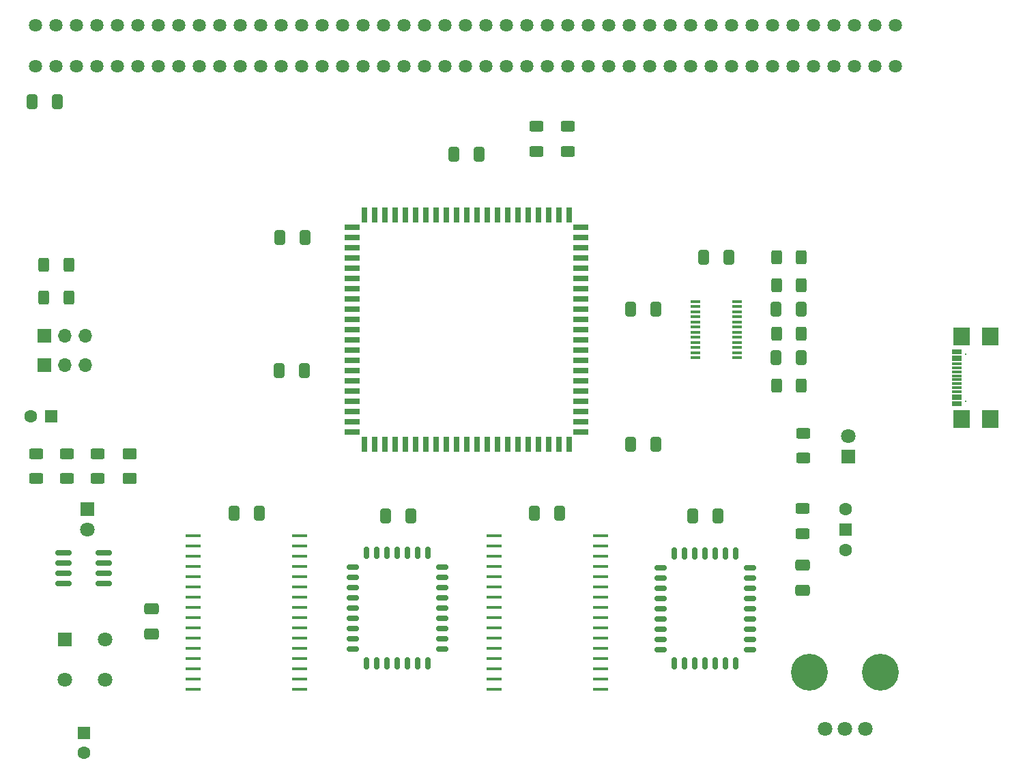
<source format=gbr>
%TF.GenerationSoftware,KiCad,Pcbnew,9.0.1-9.0.1-0~ubuntu22.04.1*%
%TF.CreationDate,2025-10-29T18:08:32+00:00*%
%TF.ProjectId,DeMoN_2.0_PLCC,44654d6f-4e5f-4322-9e30-5f504c43432e,rev?*%
%TF.SameCoordinates,Original*%
%TF.FileFunction,Soldermask,Top*%
%TF.FilePolarity,Negative*%
%FSLAX46Y46*%
G04 Gerber Fmt 4.6, Leading zero omitted, Abs format (unit mm)*
G04 Created by KiCad (PCBNEW 9.0.1-9.0.1-0~ubuntu22.04.1) date 2025-10-29 18:08:32*
%MOMM*%
%LPD*%
G01*
G04 APERTURE LIST*
G04 Aperture macros list*
%AMRoundRect*
0 Rectangle with rounded corners*
0 $1 Rounding radius*
0 $2 $3 $4 $5 $6 $7 $8 $9 X,Y pos of 4 corners*
0 Add a 4 corners polygon primitive as box body*
4,1,4,$2,$3,$4,$5,$6,$7,$8,$9,$2,$3,0*
0 Add four circle primitives for the rounded corners*
1,1,$1+$1,$2,$3*
1,1,$1+$1,$4,$5*
1,1,$1+$1,$6,$7*
1,1,$1+$1,$8,$9*
0 Add four rect primitives between the rounded corners*
20,1,$1+$1,$2,$3,$4,$5,0*
20,1,$1+$1,$4,$5,$6,$7,0*
20,1,$1+$1,$6,$7,$8,$9,0*
20,1,$1+$1,$8,$9,$2,$3,0*%
G04 Aperture macros list end*
%ADD10RoundRect,0.250000X0.412500X0.650000X-0.412500X0.650000X-0.412500X-0.650000X0.412500X-0.650000X0*%
%ADD11R,1.500000X1.500000*%
%ADD12C,1.600000*%
%ADD13R,1.600000X1.600000*%
%ADD14R,1.800000X1.800000*%
%ADD15C,1.800000*%
%ADD16RoundRect,0.250000X-0.412500X-0.650000X0.412500X-0.650000X0.412500X0.650000X-0.412500X0.650000X0*%
%ADD17R,1.700000X1.700000*%
%ADD18O,1.700000X1.700000*%
%ADD19RoundRect,0.250000X-0.400000X-0.625000X0.400000X-0.625000X0.400000X0.625000X-0.400000X0.625000X0*%
%ADD20R,0.700000X1.925000*%
%ADD21R,1.925000X0.700000*%
%ADD22R,1.981000X0.457000*%
%ADD23RoundRect,0.250000X-0.625000X0.400000X-0.625000X-0.400000X0.625000X-0.400000X0.625000X0.400000X0*%
%ADD24RoundRect,0.250000X-0.650000X0.412500X-0.650000X-0.412500X0.650000X-0.412500X0.650000X0.412500X0*%
%ADD25C,1.635000*%
%ADD26RoundRect,0.150000X-0.150000X-0.587500X0.150000X-0.587500X0.150000X0.587500X-0.150000X0.587500X0*%
%ADD27RoundRect,0.150000X-0.587500X-0.150000X0.587500X-0.150000X0.587500X0.150000X-0.587500X0.150000X0*%
%ADD28R,1.200000X0.400000*%
%ADD29C,4.575000*%
%ADD30RoundRect,0.150000X-0.825000X-0.150000X0.825000X-0.150000X0.825000X0.150000X-0.825000X0.150000X0*%
%ADD31RoundRect,0.250001X0.624999X-0.462499X0.624999X0.462499X-0.624999X0.462499X-0.624999X-0.462499X0*%
%ADD32R,1.150000X0.300000*%
%ADD33C,0.325000*%
%ADD34R,2.000000X2.180000*%
%ADD35RoundRect,0.250000X0.400000X0.625000X-0.400000X0.625000X-0.400000X-0.625000X0.400000X-0.625000X0*%
G04 APERTURE END LIST*
D10*
%TO.C,C17*%
X165023400Y-74402200D03*
X161898400Y-74402200D03*
%TD*%
D11*
%TO.C,SW2*%
X188500000Y-101690000D03*
D12*
X188500000Y-104230000D03*
X188500000Y-99150000D03*
%TD*%
D13*
%TO.C,C1*%
X94000000Y-126944888D03*
D12*
X94000000Y-129444888D03*
%TD*%
D14*
%TO.C,D3*%
X94450000Y-99225000D03*
D15*
X94450000Y-101765000D03*
%TD*%
D16*
%TO.C,C6*%
X112665900Y-99722200D03*
X115790900Y-99722200D03*
%TD*%
%TO.C,C4*%
X179935900Y-74402200D03*
X183060900Y-74402200D03*
%TD*%
D17*
%TO.C,JP2*%
X89128400Y-81342200D03*
D18*
X91668400Y-81342200D03*
X94208400Y-81342200D03*
%TD*%
D16*
%TO.C,C5*%
X179935900Y-80402200D03*
X183060900Y-80402200D03*
%TD*%
D14*
%TO.C,SW1*%
X91677500Y-115377500D03*
D15*
X96677500Y-115377500D03*
X91677500Y-120377500D03*
X96677500Y-120377500D03*
%TD*%
D19*
%TO.C,R10*%
X179948400Y-83902200D03*
X183048400Y-83902200D03*
%TD*%
D20*
%TO.C,U1*%
X141498400Y-62689700D03*
X140228400Y-62689700D03*
X138958400Y-62689700D03*
X137688400Y-62689700D03*
X136418400Y-62689700D03*
X135148400Y-62689700D03*
X133878400Y-62689700D03*
X132608400Y-62689700D03*
X131338400Y-62689700D03*
X130068400Y-62689700D03*
X128798400Y-62689700D03*
D21*
X127285900Y-64202200D03*
X127285900Y-65472200D03*
X127285900Y-66742200D03*
X127285900Y-68012200D03*
X127285900Y-69282200D03*
X127285900Y-70552200D03*
X127285900Y-71822200D03*
X127285900Y-73092200D03*
X127285900Y-74362200D03*
X127285900Y-75632200D03*
X127285900Y-76902200D03*
X127285900Y-78172200D03*
X127285900Y-79442200D03*
X127285900Y-80712200D03*
X127285900Y-81982200D03*
X127285900Y-83252200D03*
X127285900Y-84522200D03*
X127285900Y-85792200D03*
X127285900Y-87062200D03*
X127285900Y-88332200D03*
X127285900Y-89602200D03*
D20*
X128798400Y-91114700D03*
X130068400Y-91114700D03*
X131338400Y-91114700D03*
X132608400Y-91114700D03*
X133878400Y-91114700D03*
X135148400Y-91114700D03*
X136418400Y-91114700D03*
X137688400Y-91114700D03*
X138958400Y-91114700D03*
X140228400Y-91114700D03*
X141498400Y-91114700D03*
X142768400Y-91114700D03*
X144038400Y-91114700D03*
X145308400Y-91114700D03*
X146578400Y-91114700D03*
X147848400Y-91114700D03*
X149118400Y-91114700D03*
X150388400Y-91114700D03*
X151658400Y-91114700D03*
X152928400Y-91114700D03*
X154198400Y-91114700D03*
D21*
X155710900Y-89602200D03*
X155710900Y-88332200D03*
X155710900Y-87062200D03*
X155710900Y-85792200D03*
X155710900Y-84522200D03*
X155710900Y-83252200D03*
X155710900Y-81982200D03*
X155710900Y-80712200D03*
X155710900Y-79442200D03*
X155710900Y-78172200D03*
X155710900Y-76902200D03*
X155710900Y-75632200D03*
X155710900Y-74362200D03*
X155710900Y-73092200D03*
X155710900Y-71822200D03*
X155710900Y-70552200D03*
X155710900Y-69282200D03*
X155710900Y-68012200D03*
X155710900Y-66742200D03*
X155710900Y-65472200D03*
X155710900Y-64202200D03*
D20*
X154198400Y-62689700D03*
X152928400Y-62689700D03*
X151658400Y-62689700D03*
X150388400Y-62689700D03*
X149118400Y-62689700D03*
X147848400Y-62689700D03*
X146578400Y-62689700D03*
X145308400Y-62689700D03*
X144038400Y-62689700D03*
X142768400Y-62689700D03*
%TD*%
D19*
%TO.C,R8*%
X179948400Y-77402200D03*
X183048400Y-77402200D03*
%TD*%
D22*
%TO.C,U4*%
X144944400Y-102475000D03*
X144944400Y-103745000D03*
X144944400Y-105015000D03*
X144944400Y-106285000D03*
X144944400Y-107555000D03*
X144944400Y-108825000D03*
X144944400Y-110095000D03*
X144944400Y-111365000D03*
X144944400Y-112635000D03*
X144944400Y-113905000D03*
X144944400Y-115175000D03*
X144944400Y-116445000D03*
X144944400Y-117715000D03*
X144944400Y-118985000D03*
X144944400Y-120255000D03*
X144944400Y-121525000D03*
X158172400Y-121525000D03*
X158172400Y-120255000D03*
X158172400Y-118985000D03*
X158172400Y-117715000D03*
X158172400Y-116445000D03*
X158172400Y-115175000D03*
X158172400Y-113905000D03*
X158172400Y-112635000D03*
X158172400Y-111365000D03*
X158172400Y-110095000D03*
X158172400Y-108825000D03*
X158172400Y-107555000D03*
X158172400Y-106285000D03*
X158172400Y-105015000D03*
X158172400Y-103745000D03*
X158172400Y-102475000D03*
%TD*%
D23*
%TO.C,R5*%
X183300000Y-89750000D03*
X183300000Y-92850000D03*
%TD*%
D24*
%TO.C,C12*%
X102400000Y-111587500D03*
X102400000Y-114712500D03*
%TD*%
D25*
%TO.C,CN1*%
X88060000Y-44200000D03*
X88060000Y-39120000D03*
X90600000Y-44200000D03*
X90600000Y-39120000D03*
X93140000Y-44200000D03*
X93140000Y-39120000D03*
X95680000Y-44200000D03*
X95680000Y-39120000D03*
X98220000Y-44200000D03*
X98220000Y-39120000D03*
X100760000Y-44200000D03*
X100760000Y-39120000D03*
X103300000Y-44200000D03*
X103300000Y-39120000D03*
X105840000Y-44200000D03*
X105840000Y-39120000D03*
X108380000Y-44200000D03*
X108380000Y-39120000D03*
X110920000Y-44200000D03*
X110920000Y-39120000D03*
X113460000Y-44200000D03*
X113460000Y-39120000D03*
X116000000Y-44200000D03*
X116000000Y-39120000D03*
X118540000Y-44200000D03*
X118540000Y-39120000D03*
X121080000Y-44200000D03*
X121080000Y-39120000D03*
X123620000Y-44200000D03*
X123620000Y-39120000D03*
X126160000Y-44200000D03*
X126160000Y-39120000D03*
X128700000Y-44200000D03*
X128700000Y-39120000D03*
X131240000Y-44200000D03*
X131240000Y-39120000D03*
X133780000Y-44200000D03*
X133780000Y-39120000D03*
X136320000Y-44200000D03*
X136320000Y-39120000D03*
X138860000Y-44200000D03*
X138860000Y-39120000D03*
X141400000Y-44200000D03*
X141400000Y-39120000D03*
X143940000Y-44200000D03*
X143940000Y-39120000D03*
X146480000Y-44200000D03*
X146480000Y-39120000D03*
X149020000Y-44200000D03*
X149020000Y-39120000D03*
X151560000Y-44200000D03*
X151560000Y-39120000D03*
X154100000Y-44200000D03*
X154100000Y-39120000D03*
X156640000Y-44200000D03*
X156640000Y-39120000D03*
X159180000Y-44200000D03*
X159180000Y-39120000D03*
X161720000Y-44200000D03*
X161720000Y-39120000D03*
X164260000Y-44200000D03*
X164260000Y-39120000D03*
X166800000Y-44200000D03*
X166800000Y-39120000D03*
X169340000Y-44200000D03*
X169340000Y-39120000D03*
X171880000Y-44200000D03*
X171880000Y-39120000D03*
X174420000Y-44200000D03*
X174420000Y-39120000D03*
X176960000Y-44200000D03*
X176960000Y-39120000D03*
X179500000Y-44200000D03*
X179500000Y-39120000D03*
X182040000Y-44200000D03*
X182040000Y-39120000D03*
X184580000Y-44200000D03*
X184580000Y-39120000D03*
X187120000Y-44200000D03*
X187120000Y-39120000D03*
X189660000Y-44200000D03*
X189660000Y-39120000D03*
X192200000Y-44200000D03*
X192200000Y-39120000D03*
X194740000Y-44200000D03*
X194740000Y-39120000D03*
%TD*%
D19*
%TO.C,R12*%
X179948400Y-67902200D03*
X183048400Y-67902200D03*
%TD*%
D10*
%TO.C,C9*%
X172670900Y-100000000D03*
X169545900Y-100000000D03*
%TD*%
D16*
%TO.C,C15*%
X118335900Y-65502200D03*
X121460900Y-65502200D03*
%TD*%
D23*
%TO.C,R11*%
X154050000Y-51700000D03*
X154050000Y-54800000D03*
%TD*%
D10*
%TO.C,C3*%
X174060900Y-67902200D03*
X170935900Y-67902200D03*
%TD*%
D19*
%TO.C,R7*%
X179948400Y-71402200D03*
X183048400Y-71402200D03*
%TD*%
D26*
%TO.C,U3*%
X171108400Y-104679700D03*
X169838400Y-104679700D03*
X168568400Y-104679700D03*
X167298400Y-104679700D03*
D27*
X165545900Y-106437200D03*
X165545900Y-107707200D03*
X165545900Y-108977200D03*
X165545900Y-110247200D03*
X165545900Y-111517200D03*
X165545900Y-112787200D03*
X165545900Y-114057200D03*
X165545900Y-115327200D03*
X165545900Y-116597200D03*
D26*
X167298400Y-118354700D03*
X168568400Y-118354700D03*
X169838400Y-118354700D03*
X171108400Y-118354700D03*
X172378400Y-118354700D03*
X173648400Y-118354700D03*
X174918400Y-118354700D03*
D27*
X176670900Y-116597200D03*
X176670900Y-115327200D03*
X176670900Y-114057200D03*
X176670900Y-112787200D03*
X176670900Y-111517200D03*
X176670900Y-110247200D03*
X176670900Y-108977200D03*
X176670900Y-107707200D03*
X176670900Y-106437200D03*
D26*
X174918400Y-104679700D03*
X173648400Y-104679700D03*
X172378400Y-104679700D03*
%TD*%
D23*
%TO.C,R4*%
X91950000Y-92300000D03*
X91950000Y-95400000D03*
%TD*%
D28*
%TO.C,U7*%
X169898400Y-73409700D03*
X169898400Y-74044700D03*
X169898400Y-74679700D03*
X169898400Y-75314700D03*
X169898400Y-75949700D03*
X169898400Y-76584700D03*
X169898400Y-77219700D03*
X169898400Y-77854700D03*
X169898400Y-78489700D03*
X169898400Y-79124700D03*
X169898400Y-79759700D03*
X169898400Y-80394700D03*
X175098400Y-80394700D03*
X175098400Y-79759700D03*
X175098400Y-79124700D03*
X175098400Y-78489700D03*
X175098400Y-77854700D03*
X175098400Y-77219700D03*
X175098400Y-76584700D03*
X175098400Y-75949700D03*
X175098400Y-75314700D03*
X175098400Y-74679700D03*
X175098400Y-74044700D03*
X175098400Y-73409700D03*
%TD*%
D13*
%TO.C,C2*%
X89950000Y-87650000D03*
D12*
X87450000Y-87650000D03*
%TD*%
D10*
%TO.C,C7*%
X134560900Y-100000000D03*
X131435900Y-100000000D03*
%TD*%
%TO.C,C13*%
X143060900Y-55152200D03*
X139935900Y-55152200D03*
%TD*%
D22*
%TO.C,U6*%
X107594400Y-102475000D03*
X107594400Y-103745000D03*
X107594400Y-105015000D03*
X107594400Y-106285000D03*
X107594400Y-107555000D03*
X107594400Y-108825000D03*
X107594400Y-110095000D03*
X107594400Y-111365000D03*
X107594400Y-112635000D03*
X107594400Y-113905000D03*
X107594400Y-115175000D03*
X107594400Y-116445000D03*
X107594400Y-117715000D03*
X107594400Y-118985000D03*
X107594400Y-120255000D03*
X107594400Y-121525000D03*
X120822400Y-121525000D03*
X120822400Y-120255000D03*
X120822400Y-118985000D03*
X120822400Y-117715000D03*
X120822400Y-116445000D03*
X120822400Y-115175000D03*
X120822400Y-113905000D03*
X120822400Y-112635000D03*
X120822400Y-111365000D03*
X120822400Y-110095000D03*
X120822400Y-108825000D03*
X120822400Y-107555000D03*
X120822400Y-106285000D03*
X120822400Y-105015000D03*
X120822400Y-103745000D03*
X120822400Y-102475000D03*
%TD*%
D14*
%TO.C,D2*%
X188850000Y-92700000D03*
D15*
X188850000Y-90160000D03*
%TD*%
D24*
%TO.C,C11*%
X183200000Y-106137500D03*
X183200000Y-109262500D03*
%TD*%
D15*
%TO.C,VR1*%
X185958400Y-126442200D03*
X188458400Y-126442200D03*
X190958400Y-126442200D03*
D29*
X184058400Y-119442200D03*
X192858400Y-119442200D03*
%TD*%
D26*
%TO.C,U5*%
X132933400Y-104629700D03*
X131663400Y-104629700D03*
X130393400Y-104629700D03*
X129123400Y-104629700D03*
D27*
X127370900Y-106387200D03*
X127370900Y-107657200D03*
X127370900Y-108927200D03*
X127370900Y-110197200D03*
X127370900Y-111467200D03*
X127370900Y-112737200D03*
X127370900Y-114007200D03*
X127370900Y-115277200D03*
X127370900Y-116547200D03*
D26*
X129123400Y-118304700D03*
X130393400Y-118304700D03*
X131663400Y-118304700D03*
X132933400Y-118304700D03*
X134203400Y-118304700D03*
X135473400Y-118304700D03*
X136743400Y-118304700D03*
D27*
X138495900Y-116547200D03*
X138495900Y-115277200D03*
X138495900Y-114007200D03*
X138495900Y-112737200D03*
X138495900Y-111467200D03*
X138495900Y-110197200D03*
X138495900Y-108927200D03*
X138495900Y-107657200D03*
X138495900Y-106387200D03*
D26*
X136743400Y-104629700D03*
X135473400Y-104629700D03*
X134203400Y-104629700D03*
%TD*%
D30*
%TO.C,U2*%
X91525000Y-104645000D03*
X91525000Y-105915000D03*
X91525000Y-107185000D03*
X91525000Y-108455000D03*
X96475000Y-108455000D03*
X96475000Y-107185000D03*
X96475000Y-105915000D03*
X96475000Y-104645000D03*
%TD*%
D23*
%TO.C,R9*%
X88100000Y-92300000D03*
X88100000Y-95400000D03*
%TD*%
D31*
%TO.C,D1*%
X99700000Y-95337500D03*
X99700000Y-92362500D03*
%TD*%
D10*
%TO.C,C16*%
X165023400Y-91102200D03*
X161898400Y-91102200D03*
%TD*%
D23*
%TO.C,R6*%
X183200000Y-99100000D03*
X183200000Y-102200000D03*
%TD*%
D17*
%TO.C,JP1*%
X89168400Y-77692200D03*
D18*
X91708400Y-77692200D03*
X94248400Y-77692200D03*
%TD*%
D10*
%TO.C,C8*%
X153050900Y-99722200D03*
X149925900Y-99722200D03*
%TD*%
D16*
%TO.C,C14*%
X118235900Y-81972200D03*
X121360900Y-81972200D03*
%TD*%
D23*
%TO.C,R13*%
X150150000Y-51700000D03*
X150150000Y-54800000D03*
%TD*%
D10*
%TO.C,C10*%
X90712500Y-48600000D03*
X87587500Y-48600000D03*
%TD*%
D32*
%TO.C,J1*%
X202322000Y-86237200D03*
X202322000Y-85937200D03*
X202322000Y-85437200D03*
X202322000Y-85137200D03*
X202322000Y-84137200D03*
X202322000Y-83137200D03*
X202322000Y-82637200D03*
X202322000Y-81637200D03*
X202322000Y-80637200D03*
X202322000Y-80337200D03*
X202322000Y-79837200D03*
X202322000Y-79537200D03*
X202322000Y-81137200D03*
X202322000Y-82137200D03*
X202322000Y-83637200D03*
X202322000Y-84637200D03*
D33*
X203397000Y-85777200D03*
X203397000Y-79997200D03*
D34*
X206500000Y-87997200D03*
X206500000Y-77777200D03*
X202897000Y-87997200D03*
X202897000Y-77777200D03*
%TD*%
D23*
%TO.C,R1*%
X95750000Y-92300000D03*
X95750000Y-95400000D03*
%TD*%
D35*
%TO.C,R3*%
X92178400Y-72902200D03*
X89078400Y-72902200D03*
%TD*%
%TO.C,R2*%
X92178400Y-68902200D03*
X89078400Y-68902200D03*
%TD*%
M02*

</source>
